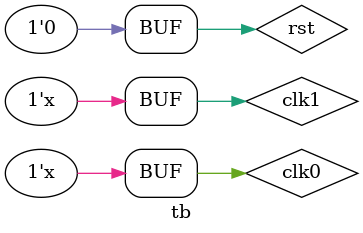
<source format=v>
`timescale 1ns / 1ps


module tb;

reg clk0 ;
reg clk1;
reg rst ;
design_1_wrapper uut(.clk_0(clk0), .clk_1(clk1),.reset_0(rst));

always #10 clk0 = !clk0;
always #10 clk1 = !clk1;
initial begin 

    clk0 = 0;
    clk1 = 1;
    rst = 0;

end 

endmodule

</source>
